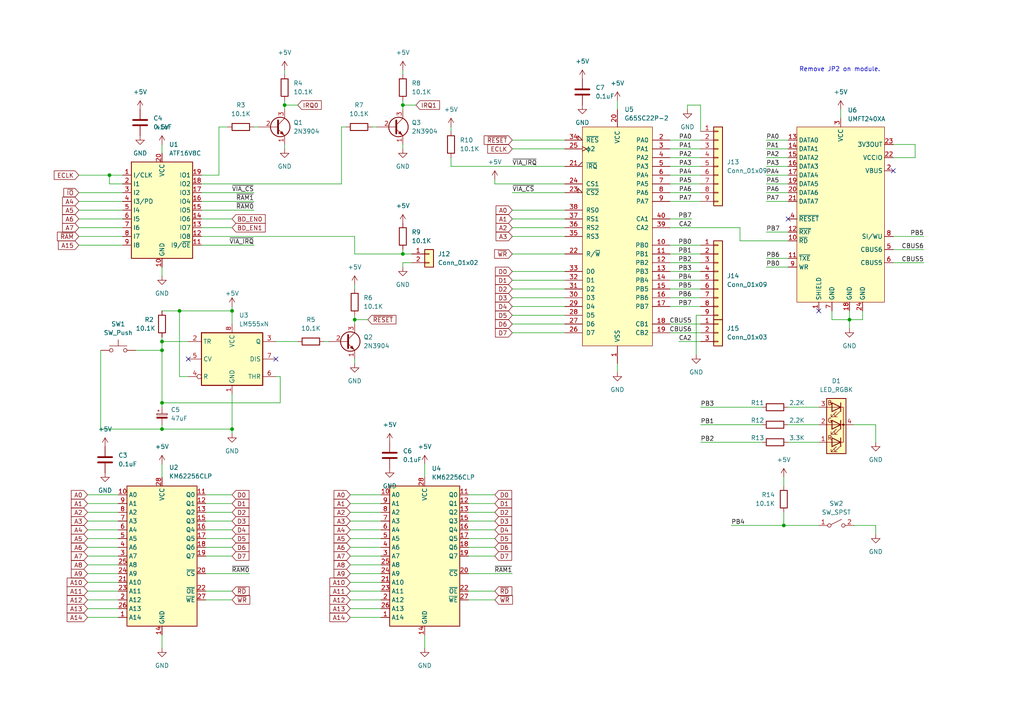
<source format=kicad_sch>
(kicad_sch (version 20211123) (generator eeschema)
  (paper "A4")
  (lib_symbols
    (symbol "0_JDL:ATF16V8C"
      (property "Reference" "U" (at 2.54 16.51 0))
      (property "Value" "ATF16V8C" (at 5.08 13.97 0))
      (symbol "ATF16V8C_1_1"
        (pin input line (at -11.43 8.89 0) (length 2.54) (name "I/CLK") (number "1"))
        (pin power_in line (at 0 -17.78 90) (length 2.54) (name "GND") (number "10"))
        (pin bidirectional line (at 11.43 -11.43 180) (length 2.54) (name "I9/~{OE}") (number "11"))
        (pin bidirectional line (at 11.43 -8.89 180) (length 2.54) (name "IO8") (number "12"))
        (pin bidirectional line (at 11.43 -6.35 180) (length 2.54) (name "IO7") (number "13"))
        (pin bidirectional line (at 11.43 -3.81 180) (length 2.54) (name "IO6") (number "14"))
        (pin bidirectional line (at 11.43 -1.27 180) (length 2.54) (name "IO5") (number "15"))
        (pin bidirectional line (at 11.43 1.27 180) (length 2.54) (name "IO4") (number "16"))
        (pin bidirectional line (at 11.43 3.81 180) (length 2.54) (name "IO3") (number "17"))
        (pin bidirectional line (at 11.43 6.35 180) (length 2.54) (name "IO2") (number "18"))
        (pin bidirectional line (at 11.43 8.89 180) (length 2.54) (name "IO1") (number "19"))
        (pin input line (at -11.43 6.35 0) (length 2.54) (name "I1") (number "2"))
        (pin power_in line (at 0 15.24 270) (length 2.54) (name "VCC") (number "20"))
        (pin input line (at -11.43 3.81 0) (length 2.54) (name "I2") (number "3"))
        (pin input line (at -11.43 1.27 0) (length 2.54) (name "I3/PD") (number "4"))
        (pin input line (at -11.43 -1.27 0) (length 2.54) (name "I4") (number "5"))
        (pin input line (at -11.43 -3.81 0) (length 2.54) (name "I5") (number "6"))
        (pin input line (at -11.43 -6.35 0) (length 2.54) (name "I6") (number "7"))
        (pin input line (at -11.43 -8.89 0) (length 2.54) (name "I7") (number "8"))
        (pin input line (at -11.43 -11.43 0) (length 2.54) (name "I8") (number "9"))
      )
    )
    (symbol "0_JDL:UMFT240XA"
      (property "Reference" "U" (at 2.54 29.21 0))
      (property "Value" "UMFT240XA" (at 6.35 26.67 0))
      (symbol "UMFT240XA_1_1"
        (pin bidirectional line (at -6.35 -27.94 90) (length 2.54) (name "SHIELD") (number "1"))
        (pin bidirectional line (at -15.24 -7.62 0) (length 2.54) (name "~{RD}") (number "10"))
        (pin bidirectional line (at -15.24 -12.7 0) (length 2.54) (name "~{TXE}") (number "11"))
        (pin bidirectional line (at -15.24 -5.08 0) (length 2.54) (name "~{RXF}") (number "12"))
        (pin bidirectional line (at -15.24 21.59 0) (length 2.54) (name "DATA0") (number "13"))
        (pin bidirectional line (at -15.24 19.05 0) (length 2.54) (name "DATA1") (number "14"))
        (pin bidirectional line (at -15.24 16.51 0) (length 2.54) (name "DATA2") (number "15"))
        (pin bidirectional line (at -15.24 13.97 0) (length 2.54) (name "DATA3") (number "16"))
        (pin bidirectional line (at -15.24 11.43 0) (length 2.54) (name "DATA4") (number "17"))
        (pin power_in line (at 2.54 -27.94 90) (length 2.54) (name "GND") (number "18"))
        (pin bidirectional line (at -15.24 8.89 0) (length 2.54) (name "DATA5") (number "19"))
        (pin power_in line (at 15.24 12.7 180) (length 2.54) (name "VBUS") (number "2"))
        (pin bidirectional line (at -15.24 6.35 0) (length 2.54) (name "DATA6") (number "20"))
        (pin bidirectional line (at -15.24 3.81 0) (length 2.54) (name "DATA7") (number "21"))
        (pin power_in line (at 15.24 16.51 180) (length 2.54) (name "VCCIO") (number "22"))
        (pin power_in line (at 15.24 20.32 180) (length 2.54) (name "3V3OUT") (number "23"))
        (pin power_in line (at 6.35 -27.94 90) (length 2.54) (name "GND") (number "24"))
        (pin power_in line (at 0 27.94 270) (length 2.54) (name "VCC") (number "3"))
        (pin bidirectional line (at -15.24 -1.27 0) (length 2.54) (name "~{RESET}") (number "4"))
        (pin bidirectional line (at 15.24 -10.16 180) (length 2.54) (name "CBUS6") (number "5"))
        (pin bidirectional line (at 15.24 -13.97 180) (length 2.54) (name "CBUS5") (number "6"))
        (pin power_in line (at -2.54 -27.94 90) (length 2.54) (name "GND") (number "7"))
        (pin bidirectional line (at 15.24 -6.35 180) (length 2.54) (name "SI/WU") (number "8"))
        (pin bidirectional line (at -15.24 -15.24 0) (length 2.54) (name "WR") (number "9"))
      )
    )
    (symbol "Connector_Generic:Conn_01x02" (pin_names (offset 1.016) hide)
      (property "Reference" "J" (at 0 2.54 0))
      (property "Value" "Conn_01x02" (at 0 -5.08 0))
      (symbol "Conn_01x02_1_1"
        (pin passive line (at -5.08 0 0) (length 3.81) (name "Pin_1") (number "1"))
        (pin passive line (at -5.08 -2.54 0) (length 3.81) (name "Pin_2") (number "2"))
      )
    )
    (symbol "Connector_Generic:Conn_01x03" (pin_names (offset 1.016) hide)
      (property "Reference" "J" (at 0 5.08 0))
      (property "Value" "Conn_01x03" (at 0 -5.08 0))
      (symbol "Conn_01x03_1_1"
        (pin passive line (at -5.08 2.54 0) (length 3.81) (name "Pin_1") (number "1"))
        (pin passive line (at -5.08 0 0) (length 3.81) (name "Pin_2") (number "2"))
        (pin passive line (at -5.08 -2.54 0) (length 3.81) (name "Pin_3") (number "3"))
      )
    )
    (symbol "Connector_Generic:Conn_01x09" (pin_names (offset 1.016) hide)
      (property "Reference" "J" (at 0 12.7 0))
      (property "Value" "Conn_01x09" (at 0 -12.7 0))
      (symbol "Conn_01x09_1_1"
        (pin passive line (at -5.08 10.16 0) (length 3.81) (name "Pin_1") (number "1"))
        (pin passive line (at -5.08 7.62 0) (length 3.81) (name "Pin_2") (number "2"))
        (pin passive line (at -5.08 5.08 0) (length 3.81) (name "Pin_3") (number "3"))
        (pin passive line (at -5.08 2.54 0) (length 3.81) (name "Pin_4") (number "4"))
        (pin passive line (at -5.08 0 0) (length 3.81) (name "Pin_5") (number "5"))
        (pin passive line (at -5.08 -2.54 0) (length 3.81) (name "Pin_6") (number "6"))
        (pin passive line (at -5.08 -5.08 0) (length 3.81) (name "Pin_7") (number "7"))
        (pin passive line (at -5.08 -7.62 0) (length 3.81) (name "Pin_8") (number "8"))
        (pin passive line (at -5.08 -10.16 0) (length 3.81) (name "Pin_9") (number "9"))
      )
    )
    (symbol "Device:C" (pin_numbers hide) (pin_names (offset 0.254))
      (property "Reference" "C" (at 0.635 2.54 0))
      (property "Value" "C" (at 0.635 -2.54 0))
      (symbol "C_1_1"
        (pin passive line (at 0 3.81 270) (length 2.794) (name "~") (number "1"))
        (pin passive line (at 0 -3.81 90) (length 2.794) (name "~") (number "2"))
      )
    )
    (symbol "Device:C_Polarized_Small" (pin_numbers hide) (pin_names (offset 0.254) hide)
      (property "Reference" "C" (at 0.254 1.778 0))
      (property "Value" "C_Polarized_Small" (at 0.254 -2.032 0))
      (symbol "C_Polarized_Small_1_1"
        (pin passive line (at 0 2.54 270) (length 1.8542) (name "~") (number "1"))
        (pin passive line (at 0 -2.54 90) (length 1.8542) (name "~") (number "2"))
      )
    )
    (symbol "Device:LED_RGBK" (pin_names (offset 0) hide)
      (property "Reference" "D" (at 0 9.398 0))
      (property "Value" "LED_RGBK" (at 0 -8.89 0))
      (symbol "LED_RGBK_0_0"
        (text "B" (at 1.905 -6.35 0) (effects (font (size 1.27 1.27))))
        (text "G" (at 1.905 -1.27 0) (effects (font (size 1.27 1.27))))
        (text "R" (at 1.905 3.81 0) (effects (font (size 1.27 1.27))))
      )
      (symbol "LED_RGBK_1_1"
        (pin passive line (at 5.08 5.08 180) (length 2.54) (name "RA") (number "1"))
        (pin passive line (at 5.08 0 180) (length 2.54) (name "GA") (number "2"))
        (pin passive line (at 5.08 -5.08 180) (length 2.54) (name "BA") (number "3"))
        (pin passive line (at -5.08 0 0) (length 2.54) (name "K") (number "4"))
      )
    )
    (symbol "Device:Q_NPN_EBC" (pin_names (offset 0) hide)
      (property "Reference" "Q" (at 5.08 1.27 0))
      (property "Value" "Q_NPN_EBC" (at 5.08 -1.27 0))
      (symbol "Q_NPN_EBC_1_1"
        (pin passive line (at 2.54 -5.08 90) (length 2.54) (name "E") (number "1"))
        (pin passive line (at -5.08 0 0) (length 5.715) (name "B") (number "2"))
        (pin passive line (at 2.54 5.08 270) (length 2.54) (name "C") (number "3"))
      )
    )
    (symbol "Device:R" (pin_numbers hide) (pin_names (offset 0))
      (property "Reference" "R" (at 2.032 0 90))
      (property "Value" "R" (at 0 0 90))
      (symbol "R_1_1"
        (pin passive line (at 0 3.81 270) (length 1.27) (name "~") (number "1"))
        (pin passive line (at 0 -3.81 90) (length 1.27) (name "~") (number "2"))
      )
    )
    (symbol "MCU_65XX:W65C22NxP" (pin_names (offset 1.016))
      (property "Reference" "U" (at -10.16 33.02 0))
      (property "Value" "W65C22NxP" (at 0 0 90))
      (symbol "W65C22NxP_1_1"
        (pin power_in line (at 0 -36.83 90) (length 5.08) (name "VSS") (number "1"))
        (pin bidirectional line (at 15.24 -2.54 180) (length 5.08) (name "PB0") (number "10"))
        (pin bidirectional line (at 15.24 -5.08 180) (length 5.08) (name "PB1") (number "11"))
        (pin bidirectional line (at 15.24 -7.62 180) (length 5.08) (name "PB2") (number "12"))
        (pin bidirectional line (at 15.24 -10.16 180) (length 5.08) (name "PB3") (number "13"))
        (pin bidirectional line (at 15.24 -12.7 180) (length 5.08) (name "PB4") (number "14"))
        (pin bidirectional line (at 15.24 -15.24 180) (length 5.08) (name "PB5") (number "15"))
        (pin bidirectional line (at 15.24 -17.78 180) (length 5.08) (name "PB6") (number "16"))
        (pin bidirectional line (at 15.24 -20.32 180) (length 5.08) (name "PB7") (number "17"))
        (pin input line (at 15.24 -25.4 180) (length 5.08) (name "CB1") (number "18"))
        (pin bidirectional line (at 15.24 -27.94 180) (length 5.08) (name "CB2") (number "19"))
        (pin bidirectional line (at 15.24 27.94 180) (length 5.08) (name "PA0") (number "2"))
        (pin power_in line (at 0 36.83 270) (length 5.08) (name "VCC") (number "20"))
        (pin open_collector output_low (at -15.24 20.32 0) (length 5.08) (name "~{IRQ}") (number "21"))
        (pin input line (at -15.24 -5.08 0) (length 5.08) (name "R/~{W}") (number "22"))
        (pin input input_low (at -15.24 12.7 0) (length 5.08) (name "~{CS2}") (number "23"))
        (pin input line (at -15.24 15.24 0) (length 5.08) (name "CS1") (number "24"))
        (pin input clock (at -15.24 25.4 0) (length 5.08) (name "ϕ2") (number "25"))
        (pin bidirectional line (at -15.24 -27.94 0) (length 5.08) (name "D7") (number "26"))
        (pin bidirectional line (at -15.24 -25.4 0) (length 5.08) (name "D6") (number "27"))
        (pin bidirectional line (at -15.24 -22.86 0) (length 5.08) (name "D5") (number "28"))
        (pin bidirectional line (at -15.24 -20.32 0) (length 5.08) (name "D4") (number "29"))
        (pin bidirectional line (at 15.24 25.4 180) (length 5.08) (name "PA1") (number "3"))
        (pin bidirectional line (at -15.24 -17.78 0) (length 5.08) (name "D3") (number "30"))
        (pin bidirectional line (at -15.24 -15.24 0) (length 5.08) (name "D2") (number "31"))
        (pin bidirectional line (at -15.24 -12.7 0) (length 5.08) (name "D1") (number "32"))
        (pin bidirectional line (at -15.24 -10.16 0) (length 5.08) (name "D0") (number "33"))
        (pin input input_low (at -15.24 27.94 0) (length 5.08) (name "~{RES}") (number "34"))
        (pin input line (at -15.24 0 0) (length 5.08) (name "RS3") (number "35"))
        (pin input line (at -15.24 2.54 0) (length 5.08) (name "RS2") (number "36"))
        (pin input line (at -15.24 5.08 0) (length 5.08) (name "RS1") (number "37"))
        (pin input line (at -15.24 7.62 0) (length 5.08) (name "RS0") (number "38"))
        (pin bidirectional line (at 15.24 2.54 180) (length 5.08) (name "CA2") (number "39"))
        (pin bidirectional line (at 15.24 22.86 180) (length 5.08) (name "PA2") (number "4"))
        (pin input line (at 15.24 5.08 180) (length 5.08) (name "CA1") (number "40"))
        (pin bidirectional line (at 15.24 20.32 180) (length 5.08) (name "PA3") (number "5"))
        (pin bidirectional line (at 15.24 17.78 180) (length 5.08) (name "PA4") (number "6"))
        (pin bidirectional line (at 15.24 15.24 180) (length 5.08) (name "PA5") (number "7"))
        (pin bidirectional line (at 15.24 12.7 180) (length 5.08) (name "PA6") (number "8"))
        (pin bidirectional line (at 15.24 10.16 180) (length 5.08) (name "PA7") (number "9"))
      )
    )
    (symbol "Memory_RAM:KM62256CLP"
      (property "Reference" "U" (at -10.16 20.955 0))
      (property "Value" "KM62256CLP" (at 2.54 20.955 0))
      (symbol "KM62256CLP_0_0"
        (pin power_in line (at 0 -22.86 90) (length 2.54) (name "GND") (number "14"))
        (pin power_in line (at 0 22.86 270) (length 2.54) (name "VCC") (number "28"))
      )
      (symbol "KM62256CLP_1_1"
        (pin input line (at -12.7 -17.78 0) (length 2.54) (name "A14") (number "1"))
        (pin input line (at -12.7 17.78 0) (length 2.54) (name "A0") (number "10"))
        (pin tri_state line (at 12.7 17.78 180) (length 2.54) (name "Q0") (number "11"))
        (pin tri_state line (at 12.7 15.24 180) (length 2.54) (name "Q1") (number "12"))
        (pin tri_state line (at 12.7 12.7 180) (length 2.54) (name "Q2") (number "13"))
        (pin tri_state line (at 12.7 10.16 180) (length 2.54) (name "Q3") (number "15"))
        (pin tri_state line (at 12.7 7.62 180) (length 2.54) (name "Q4") (number "16"))
        (pin tri_state line (at 12.7 5.08 180) (length 2.54) (name "Q5") (number "17"))
        (pin tri_state line (at 12.7 2.54 180) (length 2.54) (name "Q6") (number "18"))
        (pin tri_state line (at 12.7 0 180) (length 2.54) (name "Q7") (number "19"))
        (pin input line (at -12.7 -12.7 0) (length 2.54) (name "A12") (number "2"))
        (pin input line (at 12.7 -5.08 180) (length 2.54) (name "~{CS}") (number "20"))
        (pin input line (at -12.7 -7.62 0) (length 2.54) (name "A10") (number "21"))
        (pin input line (at 12.7 -10.16 180) (length 2.54) (name "~{OE}") (number "22"))
        (pin input line (at -12.7 -10.16 0) (length 2.54) (name "A11") (number "23"))
        (pin input line (at -12.7 -5.08 0) (length 2.54) (name "A9") (number "24"))
        (pin input line (at -12.7 -2.54 0) (length 2.54) (name "A8") (number "25"))
        (pin input line (at -12.7 -15.24 0) (length 2.54) (name "A13") (number "26"))
        (pin input line (at 12.7 -12.7 180) (length 2.54) (name "~{WE}") (number "27"))
        (pin input line (at -12.7 0 0) (length 2.54) (name "A7") (number "3"))
        (pin input line (at -12.7 2.54 0) (length 2.54) (name "A6") (number "4"))
        (pin input line (at -12.7 5.08 0) (length 2.54) (name "A5") (number "5"))
        (pin input line (at -12.7 7.62 0) (length 2.54) (name "A4") (number "6"))
        (pin input line (at -12.7 10.16 0) (length 2.54) (name "A3") (number "7"))
        (pin input line (at -12.7 12.7 0) (length 2.54) (name "A2") (number "8"))
        (pin input line (at -12.7 15.24 0) (length 2.54) (name "A1") (number "9"))
      )
    )
    (symbol "Switch:SW_Push" (pin_numbers hide) (pin_names (offset 1.016) hide)
      (property "Reference" "SW" (at 1.27 2.54 0))
      (property "Value" "SW_Push" (at 0 -1.524 0))
      (symbol "SW_Push_0_1"
        (pin passive line (at -5.08 0 0) (length 2.54) (name "1") (number "1"))
        (pin passive line (at 5.08 0 180) (length 2.54) (name "2") (number "2"))
      )
    )
    (symbol "Switch:SW_SPST" (pin_names (offset 0) hide)
      (property "Reference" "SW" (at 0 3.175 0))
      (property "Value" "SW_SPST" (at 0 -2.54 0))
      (symbol "SW_SPST_1_1"
        (pin passive line (at -5.08 0 0) (length 2.54) (name "A") (number "1"))
        (pin passive line (at 5.08 0 180) (length 2.54) (name "B") (number "2"))
      )
    )
    (symbol "Timer:LM555xN"
      (property "Reference" "U" (at -10.16 8.89 0))
      (property "Value" "LM555xN" (at 2.54 8.89 0))
      (symbol "LM555xN_0_0"
        (pin power_in line (at 0 -10.16 90) (length 2.54) (name "GND") (number "1"))
        (pin power_in line (at 0 10.16 270) (length 2.54) (name "VCC") (number "8"))
      )
      (symbol "LM555xN_1_1"
        (pin input line (at -12.7 5.08 0) (length 3.81) (name "TR") (number "2"))
        (pin output line (at 12.7 5.08 180) (length 3.81) (name "Q") (number "3"))
        (pin input inverted (at -12.7 -5.08 0) (length 3.81) (name "R") (number "4"))
        (pin input line (at -12.7 0 0) (length 3.81) (name "CV") (number "5"))
        (pin input line (at 12.7 -5.08 180) (length 3.81) (name "THR") (number "6"))
        (pin input line (at 12.7 0 180) (length 3.81) (name "DIS") (number "7"))
      )
    )
    (symbol "power:+5V" (power) (pin_names (offset 0))
      (property "Value" "+5V" (at 0 3.556 0))
      (symbol "+5V_1_1"
        (pin power_in line (at 0 0 90) (length 0) hide (name "+5V") (number "1"))
      )
    )
    (symbol "power:GND" (power) (pin_names (offset 0))
      (property "Value" "GND" (at 0 -3.81 0))
      (symbol "GND_1_1"
        (pin power_in line (at 0 0 270) (length 0) hide (name "GND") (number "1"))
      )
    )
  )
  (junction (at 46.99 99.06))
  (junction (at 46.99 101.6))
  (junction (at 46.99 116.84))
  (junction (at 67.31 124.46))
  (junction (at 246.38 92.71))
  (junction (at 67.31 90.17))
  (junction (at 102.87 92.71))
  (junction (at 116.84 30.48))
  (junction (at 82.55 30.48))
  (junction (at 116.84 73.66))
  (junction (at 52.07 90.17))
  (junction (at 31.75 50.8))
  (junction (at 46.99 124.46))
  (junction (at 227.33 152.4))
  (no_connect (at 259.08 49.53))
  (no_connect (at 228.6 63.5))
  (no_connect (at 237.49 90.17))
  (no_connect (at 80.01 104.14))
  (no_connect (at 54.61 104.14))
  (wire (pts (xy 194.31 50.8) (xy 203.2 50.8)))
  (wire (pts (xy 46.99 123.19) (xy 46.99 124.46)))
  (wire (pts (xy 148.59 68.58) (xy 163.83 68.58)))
  (wire (pts (xy 59.69 153.67) (xy 67.31 153.67)))
  (wire (pts (xy 67.31 88.9) (xy 67.31 90.17)))
  (wire (pts (xy 101.6 176.53) (xy 110.49 176.53)))
  (wire (pts (xy 123.19 184.15) (xy 123.19 187.96)))
  (wire (pts (xy 203.2 128.27) (xy 220.98 128.27)))
  (wire (pts (xy 135.89 156.21) (xy 143.51 156.21)))
  (wire (pts (xy 194.31 43.18) (xy 203.2 43.18)))
  (wire (pts (xy 194.31 40.64) (xy 203.2 40.64)))
  (wire (pts (xy 228.6 43.18) (xy 222.25 43.18)))
  (wire (pts (xy 22.86 50.8) (xy 31.75 50.8)))
  (wire (pts (xy 148.59 63.5) (xy 163.83 63.5)))
  (wire (pts (xy 265.43 41.91) (xy 265.43 45.72)))
  (wire (pts (xy 228.6 123.19) (xy 237.49 123.19)))
  (wire (pts (xy 194.31 96.52) (xy 203.2 96.52)))
  (wire (pts (xy 212.09 152.4) (xy 227.33 152.4)))
  (wire (pts (xy 101.6 151.13) (xy 110.49 151.13)))
  (wire (pts (xy 102.87 104.14) (xy 102.87 105.41)))
  (wire (pts (xy 82.55 41.91) (xy 82.55 43.18)))
  (wire (pts (xy 31.75 50.8) (xy 35.56 50.8)))
  (wire (pts (xy 196.85 99.06) (xy 203.2 99.06)))
  (wire (pts (xy 46.99 101.6) (xy 46.99 116.84)))
  (wire (pts (xy 29.21 124.46) (xy 46.99 124.46)))
  (wire (pts (xy 246.38 90.17) (xy 246.38 92.71)))
  (wire (pts (xy 102.87 68.58) (xy 102.87 73.66)))
  (wire (pts (xy 22.86 68.58) (xy 35.56 68.58)))
  (wire (pts (xy 80.01 109.22) (xy 81.28 109.22)))
  (wire (pts (xy 254 123.19) (xy 254 128.27)))
  (wire (pts (xy 82.55 20.32) (xy 82.55 21.59)))
  (wire (pts (xy 46.99 99.06) (xy 46.99 101.6)))
  (wire (pts (xy 228.6 50.8) (xy 222.25 50.8)))
  (wire (pts (xy 54.61 109.22) (xy 52.07 109.22)))
  (wire (pts (xy 148.59 40.64) (xy 163.83 40.64)))
  (wire (pts (xy 228.6 55.88) (xy 222.25 55.88)))
  (wire (pts (xy 39.37 101.6) (xy 46.99 101.6)))
  (wire (pts (xy 22.86 58.42) (xy 35.56 58.42)))
  (wire (pts (xy 203.2 91.44) (xy 201.93 91.44)))
  (wire (pts (xy 247.65 152.4) (xy 254 152.4)))
  (wire (pts (xy 25.4 171.45) (xy 34.29 171.45)))
  (wire (pts (xy 82.55 30.48) (xy 82.55 31.75)))
  (wire (pts (xy 148.59 88.9) (xy 163.83 88.9)))
  (wire (pts (xy 259.08 76.2) (xy 267.97 76.2)))
  (wire (pts (xy 102.87 92.71) (xy 106.68 92.71)))
  (wire (pts (xy 194.31 58.42) (xy 203.2 58.42)))
  (wire (pts (xy 148.59 73.66) (xy 163.83 73.66)))
  (wire (pts (xy 82.55 29.21) (xy 82.55 30.48)))
  (wire (pts (xy 63.5 36.83) (xy 66.04 36.83)))
  (wire (pts (xy 194.31 73.66) (xy 203.2 73.66)))
  (wire (pts (xy 101.6 156.21) (xy 110.49 156.21)))
  (wire (pts (xy 148.59 96.52) (xy 163.83 96.52)))
  (wire (pts (xy 99.06 53.34) (xy 99.06 36.83)))
  (wire (pts (xy 214.63 69.85) (xy 214.63 66.04)))
  (wire (pts (xy 119.38 76.2) (xy 116.84 76.2)))
  (wire (pts (xy 101.6 171.45) (xy 110.49 171.45)))
  (wire (pts (xy 35.56 53.34) (xy 31.75 53.34)))
  (wire (pts (xy 214.63 66.04) (xy 194.31 66.04)))
  (wire (pts (xy 241.3 90.17) (xy 241.3 92.71)))
  (wire (pts (xy 116.84 20.32) (xy 116.84 21.59)))
  (wire (pts (xy 135.89 158.75) (xy 143.51 158.75)))
  (wire (pts (xy 246.38 92.71) (xy 250.19 92.71)))
  (wire (pts (xy 135.89 173.99) (xy 143.51 173.99)))
  (wire (pts (xy 59.69 171.45) (xy 67.31 171.45)))
  (wire (pts (xy 25.4 173.99) (xy 34.29 173.99)))
  (wire (pts (xy 52.07 90.17) (xy 67.31 90.17)))
  (wire (pts (xy 199.39 30.48) (xy 199.39 31.75)))
  (wire (pts (xy 46.99 41.91) (xy 46.99 44.45)))
  (wire (pts (xy 116.84 30.48) (xy 116.84 31.75)))
  (wire (pts (xy 101.6 161.29) (xy 110.49 161.29)))
  (wire (pts (xy 99.06 36.83) (xy 100.33 36.83)))
  (wire (pts (xy 101.6 166.37) (xy 110.49 166.37)))
  (wire (pts (xy 46.99 134.62) (xy 46.99 138.43)))
  (wire (pts (xy 135.89 171.45) (xy 143.51 171.45)))
  (wire (pts (xy 116.84 30.48) (xy 120.65 30.48)))
  (wire (pts (xy 22.86 55.88) (xy 35.56 55.88)))
  (wire (pts (xy 228.6 53.34) (xy 222.25 53.34)))
  (wire (pts (xy 148.59 86.36) (xy 163.83 86.36)))
  (wire (pts (xy 148.59 93.98) (xy 163.83 93.98)))
  (wire (pts (xy 59.69 151.13) (xy 67.31 151.13)))
  (wire (pts (xy 259.08 68.58) (xy 267.97 68.58)))
  (wire (pts (xy 259.08 41.91) (xy 265.43 41.91)))
  (wire (pts (xy 25.4 166.37) (xy 34.29 166.37)))
  (wire (pts (xy 101.6 146.05) (xy 110.49 146.05)))
  (wire (pts (xy 148.59 55.88) (xy 163.83 55.88)))
  (wire (pts (xy 80.01 99.06) (xy 86.36 99.06)))
  (wire (pts (xy 135.89 148.59) (xy 143.51 148.59)))
  (wire (pts (xy 101.6 163.83) (xy 110.49 163.83)))
  (wire (pts (xy 116.84 76.2) (xy 116.84 77.47)))
  (wire (pts (xy 46.99 77.47) (xy 46.99 80.01)))
  (wire (pts (xy 67.31 114.3) (xy 67.31 124.46)))
  (wire (pts (xy 102.87 92.71) (xy 102.87 93.98)))
  (wire (pts (xy 101.6 148.59) (xy 110.49 148.59)))
  (wire (pts (xy 102.87 73.66) (xy 116.84 73.66)))
  (wire (pts (xy 148.59 66.04) (xy 163.83 66.04)))
  (wire (pts (xy 246.38 92.71) (xy 246.38 95.25)))
  (wire (pts (xy 58.42 68.58) (xy 102.87 68.58)))
  (wire (pts (xy 25.4 179.07) (xy 34.29 179.07)))
  (wire (pts (xy 107.95 36.83) (xy 109.22 36.83)))
  (wire (pts (xy 179.07 29.21) (xy 179.07 31.75)))
  (wire (pts (xy 143.51 53.34) (xy 143.51 52.07)))
  (wire (pts (xy 25.4 156.21) (xy 34.29 156.21)))
  (wire (pts (xy 259.08 72.39) (xy 267.97 72.39)))
  (wire (pts (xy 135.89 161.29) (xy 143.51 161.29)))
  (wire (pts (xy 22.86 71.12) (xy 35.56 71.12)))
  (wire (pts (xy 228.6 48.26) (xy 222.25 48.26)))
  (wire (pts (xy 222.25 77.47) (xy 228.6 77.47)))
  (wire (pts (xy 25.4 153.67) (xy 34.29 153.67)))
  (wire (pts (xy 194.31 76.2) (xy 203.2 76.2)))
  (wire (pts (xy 59.69 173.99) (xy 67.31 173.99)))
  (wire (pts (xy 22.86 60.96) (xy 35.56 60.96)))
  (wire (pts (xy 67.31 90.17) (xy 67.31 93.98)))
  (wire (pts (xy 135.89 153.67) (xy 143.51 153.67)))
  (wire (pts (xy 148.59 78.74) (xy 163.83 78.74)))
  (wire (pts (xy 130.81 48.26) (xy 163.83 48.26)))
  (wire (pts (xy 93.98 99.06) (xy 95.25 99.06)))
  (wire (pts (xy 148.59 91.44) (xy 163.83 91.44)))
  (wire (pts (xy 203.2 30.48) (xy 203.2 38.1)))
  (wire (pts (xy 135.89 151.13) (xy 143.51 151.13)))
  (wire (pts (xy 194.31 86.36) (xy 203.2 86.36)))
  (wire (pts (xy 73.66 71.12) (xy 58.42 71.12)))
  (wire (pts (xy 116.84 72.39) (xy 116.84 73.66)))
  (wire (pts (xy 101.6 153.67) (xy 110.49 153.67)))
  (wire (pts (xy 194.31 78.74) (xy 203.2 78.74)))
  (wire (pts (xy 67.31 124.46) (xy 67.31 125.73)))
  (wire (pts (xy 59.69 161.29) (xy 67.31 161.29)))
  (wire (pts (xy 101.6 158.75) (xy 110.49 158.75)))
  (wire (pts (xy 214.63 69.85) (xy 228.6 69.85)))
  (wire (pts (xy 135.89 166.37) (xy 148.59 166.37)))
  (wire (pts (xy 228.6 67.31) (xy 222.25 67.31)))
  (wire (pts (xy 59.69 166.37) (xy 72.39 166.37)))
  (wire (pts (xy 227.33 138.43) (xy 227.33 140.97)))
  (wire (pts (xy 148.59 81.28) (xy 163.83 81.28)))
  (wire (pts (xy 25.4 143.51) (xy 34.29 143.51)))
  (wire (pts (xy 228.6 74.93) (xy 222.25 74.93)))
  (wire (pts (xy 59.69 156.21) (xy 67.31 156.21)))
  (wire (pts (xy 25.4 168.91) (xy 34.29 168.91)))
  (wire (pts (xy 243.84 31.75) (xy 243.84 34.29)))
  (wire (pts (xy 194.31 93.98) (xy 203.2 93.98)))
  (wire (pts (xy 228.6 45.72) (xy 222.25 45.72)))
  (wire (pts (xy 227.33 152.4) (xy 237.49 152.4)))
  (wire (pts (xy 116.84 41.91) (xy 116.84 43.18)))
  (wire (pts (xy 130.81 36.83) (xy 130.81 38.1)))
  (wire (pts (xy 194.31 71.12) (xy 203.2 71.12)))
  (wire (pts (xy 148.59 60.96) (xy 163.83 60.96)))
  (wire (pts (xy 194.31 63.5) (xy 200.66 63.5)))
  (wire (pts (xy 148.59 43.18) (xy 163.83 43.18)))
  (wire (pts (xy 228.6 40.64) (xy 222.25 40.64)))
  (wire (pts (xy 203.2 118.11) (xy 220.98 118.11)))
  (wire (pts (xy 116.84 73.66) (xy 119.38 73.66)))
  (wire (pts (xy 241.3 92.71) (xy 246.38 92.71)))
  (wire (pts (xy 58.42 58.42) (xy 73.66 58.42)))
  (wire (pts (xy 101.6 179.07) (xy 110.49 179.07)))
  (wire (pts (xy 22.86 66.04) (xy 35.56 66.04)))
  (wire (pts (xy 179.07 105.41) (xy 179.07 107.95)))
  (wire (pts (xy 194.31 83.82) (xy 203.2 83.82)))
  (wire (pts (xy 102.87 91.44) (xy 102.87 92.71)))
  (wire (pts (xy 58.42 66.04) (xy 67.31 66.04)))
  (wire (pts (xy 31.75 50.8) (xy 31.75 53.34)))
  (wire (pts (xy 148.59 83.82) (xy 163.83 83.82)))
  (wire (pts (xy 135.89 143.51) (xy 143.51 143.51)))
  (wire (pts (xy 82.55 30.48) (xy 86.36 30.48)))
  (wire (pts (xy 201.93 91.44) (xy 201.93 102.87)))
  (wire (pts (xy 25.4 146.05) (xy 34.29 146.05)))
  (wire (pts (xy 265.43 45.72) (xy 259.08 45.72)))
  (wire (pts (xy 25.4 158.75) (xy 34.29 158.75)))
  (wire (pts (xy 250.19 90.17) (xy 250.19 92.71)))
  (wire (pts (xy 163.83 53.34) (xy 143.51 53.34)))
  (wire (pts (xy 59.69 146.05) (xy 67.31 146.05)))
  (wire (pts (xy 59.69 148.59) (xy 67.31 148.59)))
  (wire (pts (xy 25.4 148.59) (xy 34.29 148.59)))
  (wire (pts (xy 81.28 109.22) (xy 81.28 116.84)))
  (wire (pts (xy 123.19 134.62) (xy 123.19 138.43)))
  (wire (pts (xy 22.86 63.5) (xy 35.56 63.5)))
  (wire (pts (xy 194.31 48.26) (xy 203.2 48.26)))
  (wire (pts (xy 228.6 118.11) (xy 237.49 118.11)))
  (wire (pts (xy 58.42 63.5) (xy 67.31 63.5)))
  (wire (pts (xy 29.21 101.6) (xy 29.21 124.46)))
  (wire (pts (xy 194.31 55.88) (xy 203.2 55.88)))
  (wire (pts (xy 227.33 148.59) (xy 227.33 152.4)))
  (wire (pts (xy 228.6 128.27) (xy 237.49 128.27)))
  (wire (pts (xy 73.66 36.83) (xy 74.93 36.83)))
  (wire (pts (xy 199.39 30.48) (xy 203.2 30.48)))
  (wire (pts (xy 194.31 81.28) (xy 203.2 81.28)))
  (wire (pts (xy 52.07 90.17) (xy 52.07 109.22)))
  (wire (pts (xy 25.4 151.13) (xy 34.29 151.13)))
  (wire (pts (xy 101.6 168.91) (xy 110.49 168.91)))
  (wire (pts (xy 101.6 143.51) (xy 110.49 143.51)))
  (wire (pts (xy 46.99 97.79) (xy 46.99 99.06)))
  (wire (pts (xy 135.89 146.05) (xy 143.51 146.05)))
  (wire (pts (xy 46.99 99.06) (xy 54.61 99.06)))
  (wire (pts (xy 254 152.4) (xy 254 154.94)))
  (wire (pts (xy 130.81 45.72) (xy 130.81 48.26)))
  (wire (pts (xy 247.65 123.19) (xy 254 123.19)))
  (wire (pts (xy 25.4 176.53) (xy 34.29 176.53)))
  (wire (pts (xy 58.42 55.88) (xy 73.66 55.88)))
  (wire (pts (xy 194.31 88.9) (xy 203.2 88.9)))
  (wire (pts (xy 46.99 90.17) (xy 52.07 90.17)))
  (wire (pts (xy 194.31 53.34) (xy 203.2 53.34)))
  (wire (pts (xy 25.4 163.83) (xy 34.29 163.83)))
  (wire (pts (xy 59.69 158.75) (xy 67.31 158.75)))
  (wire (pts (xy 46.99 124.46) (xy 67.31 124.46)))
  (wire (pts (xy 58.42 60.96) (xy 73.66 60.96)))
  (wire (pts (xy 194.31 45.72) (xy 203.2 45.72)))
  (wire (pts (xy 46.99 184.15) (xy 46.99 187.96)))
  (wire (pts (xy 228.6 58.42) (xy 222.25 58.42)))
  (wire (pts (xy 101.6 173.99) (xy 110.49 173.99)))
  (wire (pts (xy 58.42 53.34) (xy 99.06 53.34)))
  (wire (pts (xy 59.69 143.51) (xy 67.31 143.51)))
  (wire (pts (xy 63.5 36.83) (xy 63.5 50.8)))
  (wire (pts (xy 102.87 82.55) (xy 102.87 83.82)))
  (wire (pts (xy 25.4 161.29) (xy 34.29 161.29)))
  (wire (pts (xy 58.42 50.8) (xy 63.5 50.8)))
  (wire (pts (xy 203.2 123.19) (xy 220.98 123.19)))
  (wire (pts (xy 116.84 29.21) (xy 116.84 30.48)))
  (wire (pts (xy 46.99 116.84) (xy 46.99 118.11)))
  (wire (pts (xy 81.28 116.84) (xy 46.99 116.84)))
  (text "Remove JP2 on module." (at 231.775 20.955 0) (effects (font (size 1.27 1.27)) (justify left bottom)))
  (label "CBUS6" (at 200.66 96.52 180))
  (label "PB4" (at 200.66 81.28 180))
  (label "~{RAM0}" (at 72.39 166.37 180))
  (label "PA2" (at 200.66 45.72 180))
  (label "PA0" (at 222.25 40.64 0))
  (label "PA5" (at 222.25 53.34 0))
  (label "PA7" (at 222.25 58.42 0))
  (label "CA2" (at 196.85 66.04 0))
  (label "PA4" (at 222.25 50.8 0))
  (label "PA5" (at 200.66 53.34 180))
  (label "CBUS6" (at 267.97 72.39 180))
  (label "~{RAM0}" (at 73.66 60.96 180))
  (label "PB7" (at 222.25 67.31 0))
  (label "CBUS5" (at 200.66 93.98 180))
  (label "PB4" (at 212.09 152.4 0))
  (label "CA2" (at 196.85 99.06 0))
  (label "PB0" (at 200.66 71.12 180))
  (label "PA6" (at 200.66 55.88 180))
  (label "PB7" (at 200.66 63.5 180))
  (label "~{RAM1}" (at 148.59 166.37 180))
  (label "PA1" (at 222.25 43.18 0))
  (label "PB6" (at 222.25 74.93 0))
  (label "PA3" (at 222.25 48.26 0))
  (label "~{VIA_IRQ}" (at 148.59 48.26 0))
  (label "PB7" (at 200.66 88.9 180))
  (label "PA1" (at 200.66 43.18 180))
  (label "PB3" (at 200.66 78.74 180))
  (label "PB0" (at 222.25 77.47 0))
  (label "PB3" (at 203.2 118.11 0))
  (label "PA2" (at 222.25 45.72 0))
  (label "~{VIA_CS}" (at 73.66 55.88 180))
  (label "PA7" (at 200.66 58.42 180))
  (label "PA4" (at 200.66 50.8 180))
  (label "PA0" (at 200.66 40.64 180))
  (label "PB2" (at 200.66 76.2 180))
  (label "~{VIA_CS}" (at 148.59 55.88 0))
  (label "PA3" (at 200.66 48.26 180))
  (label "PB5" (at 200.66 83.82 180))
  (label "PB5" (at 267.97 68.58 180))
  (label "PB1" (at 200.66 73.66 180))
  (label "~{RAM1}" (at 73.66 58.42 180))
  (label "CBUS5" (at 267.97 76.2 180))
  (label "PB2" (at 203.2 128.27 0))
  (label "~{VIA_IRQ}" (at 73.66 71.12 180))
  (label "PA6" (at 222.25 55.88 0))
  (label "PB1" (at 203.2 123.19 0))
  (label "PB6" (at 200.66 86.36 180))
  (global_label "A3" (shape input) (at 25.4 151.13 180) (property "Intersheet References" "${INTERSHEET_REFS}" (effects hide)))
  (global_label "D7" (shape input) (at 143.51 161.29 0) (property "Intersheet References" "${INTERSHEET_REFS}" (effects hide)))
  (global_label "A7" (shape input) (at 25.4 161.29 180) (property "Intersheet References" "${INTERSHEET_REFS}" (effects hide)))
  (global_label "A5" (shape input) (at 22.86 60.96 180) (property "Intersheet References" "${INTERSHEET_REFS}" (effects hide)))
  (global_label "D4" (shape input) (at 67.31 153.67 0) (property "Intersheet References" "${INTERSHEET_REFS}" (effects hide)))
  (global_label "D5" (shape input) (at 148.59 91.44 180) (property "Intersheet References" "${INTERSHEET_REFS}" (effects hide)))
  (global_label "A14" (shape input) (at 25.4 179.07 180) (property "Intersheet References" "${INTERSHEET_REFS}" (effects hide)))
  (global_label "A14" (shape input) (at 101.6 179.07 180) (property "Intersheet References" "${INTERSHEET_REFS}" (effects hide)))
  (global_label "D2" (shape input) (at 67.31 148.59 0) (property "Intersheet References" "${INTERSHEET_REFS}" (effects hide)))
  (global_label "A13" (shape input) (at 25.4 176.53 180) (property "Intersheet References" "${INTERSHEET_REFS}" (effects hide)))
  (global_label "~{WR}" (shape input) (at 143.51 173.99 0) (property "Intersheet References" "${INTERSHEET_REFS}" (effects hide)))
  (global_label "~{IO}" (shape input) (at 22.86 55.88 180) (property "Intersheet References" "${INTERSHEET_REFS}" (effects hide)))
  (global_label "A4" (shape input) (at 25.4 153.67 180) (property "Intersheet References" "${INTERSHEET_REFS}" (effects hide)))
  (global_label "D2" (shape input) (at 148.59 83.82 180) (property "Intersheet References" "${INTERSHEET_REFS}" (effects hide)))
  (global_label "ECLK" (shape input) (at 22.86 50.8 180) (property "Intersheet References" "${INTERSHEET_REFS}" (effects hide)))
  (global_label "A0" (shape input) (at 101.6 143.51 180) (property "Intersheet References" "${INTERSHEET_REFS}" (effects hide)))
  (global_label "D0" (shape input) (at 67.31 143.51 0) (property "Intersheet References" "${INTERSHEET_REFS}" (effects hide)))
  (global_label "~{WR}" (shape input) (at 148.59 73.66 180) (property "Intersheet References" "${INTERSHEET_REFS}" (effects hide)))
  (global_label "A8" (shape input) (at 101.6 163.83 180) (property "Intersheet References" "${INTERSHEET_REFS}" (effects hide)))
  (global_label "BD_EN1" (shape input) (at 67.31 66.04 0) (property "Intersheet References" "${INTERSHEET_REFS}" (effects hide)))
  (global_label "D3" (shape input) (at 148.59 86.36 180) (property "Intersheet References" "${INTERSHEET_REFS}" (effects hide)))
  (global_label "D0" (shape input) (at 143.51 143.51 0) (property "Intersheet References" "${INTERSHEET_REFS}" (effects hide)))
  (global_label "~{RESET}" (shape input) (at 106.68 92.71 0) (property "Intersheet References" "${INTERSHEET_REFS}" (effects hide)))
  (global_label "D6" (shape input) (at 143.51 158.75 0) (property "Intersheet References" "${INTERSHEET_REFS}" (effects hide)))
  (global_label "A0" (shape input) (at 25.4 143.51 180) (property "Intersheet References" "${INTERSHEET_REFS}" (effects hide)))
  (global_label "D1" (shape input) (at 143.51 146.05 0) (property "Intersheet References" "${INTERSHEET_REFS}" (effects hide)))
  (global_label "D6" (shape input) (at 148.59 93.98 180) (property "Intersheet References" "${INTERSHEET_REFS}" (effects hide)))
  (global_label "A6" (shape input) (at 22.86 63.5 180) (property "Intersheet References" "${INTERSHEET_REFS}" (effects hide)))
  (global_label "A8" (shape input) (at 25.4 163.83 180) (property "Intersheet References" "${INTERSHEET_REFS}" (effects hide)))
  (global_label "A9" (shape input) (at 25.4 166.37 180) (property "Intersheet References" "${INTERSHEET_REFS}" (effects hide)))
  (global_label "D2" (shape input) (at 143.51 148.59 0) (property "Intersheet References" "${INTERSHEET_REFS}" (effects hide)))
  (global_label "A3" (shape input) (at 101.6 151.13 180) (property "Intersheet References" "${INTERSHEET_REFS}" (effects hide)))
  (global_label "IRQ1" (shape input) (at 120.65 30.48 0) (property "Intersheet References" "${INTERSHEET_REFS}" (effects hide)))
  (global_label "D4" (shape input) (at 143.51 153.67 0) (property "Intersheet References" "${INTERSHEET_REFS}" (effects hide)))
  (global_label "A1" (shape input) (at 101.6 146.05 180) (property "Intersheet References" "${INTERSHEET_REFS}" (effects hide)))
  (global_label "D6" (shape input) (at 67.31 158.75 0) (property "Intersheet References" "${INTERSHEET_REFS}" (effects hide)))
  (global_label "IRQ0" (shape input) (at 86.36 30.48 0) (property "Intersheet References" "${INTERSHEET_REFS}" (effects hide)))
  (global_label "ECLK" (shape input) (at 148.59 43.18 180) (property "Intersheet References" "${INTERSHEET_REFS}" (effects hide)))
  (global_label "A5" (shape input) (at 101.6 156.21 180) (property "Intersheet References" "${INTERSHEET_REFS}" (effects hide)))
  (global_label "D7" (shape input) (at 148.59 96.52 180) (property "Intersheet References" "${INTERSHEET_REFS}" (effects hide)))
  (global_label "A3" (shape input) (at 148.59 68.58 180) (property "Intersheet References" "${INTERSHEET_REFS}" (effects hide)))
  (global_label "A5" (shape input) (at 25.4 156.21 180) (property "Intersheet References" "${INTERSHEET_REFS}" (effects hide)))
  (global_label "D7" (shape input) (at 67.31 161.29 0) (property "Intersheet References" "${INTERSHEET_REFS}" (effects hide)))
  (global_label "D5" (shape input) (at 143.51 156.21 0) (property "Intersheet References" "${INTERSHEET_REFS}" (effects hide)))
  (global_label "A2" (shape input) (at 101.6 148.59 180) (property "Intersheet References" "${INTERSHEET_REFS}" (effects hide)))
  (global_label "A10" (shape input) (at 25.4 168.91 180) (property "Intersheet References" "${INTERSHEET_REFS}" (effects hide)))
  (global_label "A13" (shape input) (at 101.6 176.53 180) (property "Intersheet References" "${INTERSHEET_REFS}" (effects hide)))
  (global_label "A15" (shape input) (at 22.86 71.12 180) (property "Intersheet References" "${INTERSHEET_REFS}" (effects hide)))
  (global_label "A10" (shape input) (at 101.6 168.91 180) (property "Intersheet References" "${INTERSHEET_REFS}" (effects hide)))
  (global_label "BD_EN0" (shape input) (at 67.31 63.5 0) (property "Intersheet References" "${INTERSHEET_REFS}" (effects hide)))
  (global_label "~{WR}" (shape input) (at 67.31 173.99 0) (property "Intersheet References" "${INTERSHEET_REFS}" (effects hide)))
  (global_label "~{RAM}" (shape input) (at 22.86 68.58 180) (property "Intersheet References" "${INTERSHEET_REFS}" (effects hide)))
  (global_label "A12" (shape input) (at 25.4 173.99 180) (property "Intersheet References" "${INTERSHEET_REFS}" (effects hide)))
  (global_label "D4" (shape input) (at 148.59 88.9 180) (property "Intersheet References" "${INTERSHEET_REFS}" (effects hide)))
  (global_label "A1" (shape input) (at 148.59 63.5 180) (property "Intersheet References" "${INTERSHEET_REFS}" (effects hide)))
  (global_label "A6" (shape input) (at 25.4 158.75 180) (property "Intersheet References" "${INTERSHEET_REFS}" (effects hide)))
  (global_label "D0" (shape input) (at 148.59 78.74 180) (property "Intersheet References" "${INTERSHEET_REFS}" (effects hide)))
  (global_label "A11" (shape input) (at 101.6 171.45 180) (property "Intersheet References" "${INTERSHEET_REFS}" (effects hide)))
  (global_label "A2" (shape input) (at 25.4 148.59 180) (property "Intersheet References" "${INTERSHEET_REFS}" (effects hide)))
  (global_label "D1" (shape input) (at 67.31 146.05 0) (property "Intersheet References" "${INTERSHEET_REFS}" (effects hide)))
  (global_label "A7" (shape input) (at 22.86 66.04 180) (property "Intersheet References" "${INTERSHEET_REFS}" (effects hide)))
  (global_label "A7" (shape input) (at 101.6 161.29 180) (property "Intersheet References" "${INTERSHEET_REFS}" (effects hide)))
  (global_label "~{RESET}" (shape input) (at 148.59 40.64 180) (property "Intersheet References" "${INTERSHEET_REFS}" (effects hide)))
  (global_label "A4" (shape input) (at 22.86 58.42 180) (property "Intersheet References" "${INTERSHEET_REFS}" (effects hide)))
  (global_label "D3" (shape input) (at 143.51 151.13 0) (property "Intersheet References" "${INTERSHEET_REFS}" (effects hide)))
  (global_label "A11" (shape input) (at 25.4 171.45 180) (property "Intersheet References" "${INTERSHEET_REFS}" (effects hide)))
  (global_label "D5" (shape input) (at 67.31 156.21 0) (property "Intersheet References" "${INTERSHEET_REFS}" (effects hide)))
  (global_label "~{RD}" (shape input) (at 143.51 171.45 0) (property "Intersheet References" "${INTERSHEET_REFS}" (effects hide)))
  (global_label "A9" (shape input) (at 101.6 166.37 180) (property "Intersheet References" "${INTERSHEET_REFS}" (effects hide)))
  (global_label "A6" (shape input) (at 101.6 158.75 180) (property "Intersheet References" "${INTERSHEET_REFS}" (effects hide)))
  (global_label "A2" (shape input) (at 148.59 66.04 180) (property "Intersheet References" "${INTERSHEET_REFS}" (effects hide)))
  (global_label "A4" (shape input) (at 101.6 153.67 180) (property "Intersheet References" "${INTERSHEET_REFS}" (effects hide)))
  (global_label "A12" (shape input) (at 101.6 173.99 180) (property "Intersheet References" "${INTERSHEET_REFS}" (effects hide)))
  (global_label "D1" (shape input) (at 148.59 81.28 180) (property "Intersheet References" "${INTERSHEET_REFS}" (effects hide)))
  (global_label "A0" (shape input) (at 148.59 60.96 180) (property "Intersheet References" "${INTERSHEET_REFS}" (effects hide)))
  (global_label "D3" (shape input) (at 67.31 151.13 0) (property "Intersheet References" "${INTERSHEET_REFS}" (effects hide)))
  (global_label "A1" (shape input) (at 25.4 146.05 180) (property "Intersheet References" "${INTERSHEET_REFS}" (effects hide)))
  (global_label "~{RD}" (shape input) (at 67.31 171.45 0) (property "Intersheet References" "${INTERSHEET_REFS}" (effects hide)))
  (symbol (lib_id "Device:R") (at 224.79 123.19 90) (mirror x) (unit 1)
    (property "Reference" "R12" (at 219.71 121.92 90))
    (property "Value" "2.2K" (at 231.14 121.92 90))
    (property "Footprint" "Resistor_THT:R_Axial_DIN0207_L6.3mm_D2.5mm_P10.16mm_Horizontal" (effects hide))
  )
  (symbol (lib_id "power:GND") (at 254 154.94 0) (unit 1)
    (property "Reference" "#PWR093" (effects hide))
    (property "Value" "GND" (at 254 160.02 0))
  )
  (symbol (lib_id "Connector_Generic:Conn_01x02") (at 124.46 73.66 0) (unit 1)
    (property "Reference" "J12" (at 127 73.6599 0) (effects (justify left)))
    (property "Value" "Conn_01x02" (at 127 76.1999 0) (effects (justify left)))
    (property "Footprint" "Connector_PinHeader_2.54mm:PinHeader_1x02_P2.54mm_Vertical" (effects hide))
  )
  (symbol (lib_id "power:+5V") (at 227.33 138.43 0) (unit 1)
    (property "Reference" "#PWR089" (effects hide))
    (property "Value" "+5V" (at 227.33 133.35 0))
  )
  (symbol (lib_id "Timer:LM555xN") (at 67.31 104.14 0) (unit 1)
    (property "Reference" "U3" (at 69.3294 91.44 0) (effects (justify left)))
    (property "Value" "LM555xN" (at 69.3294 93.98 0) (effects (justify left)))
    (property "Footprint" "Package_DIP:DIP-8_W7.62mm" (effects hide))
    (property "Datasheet" "http://www.ti.com/lit/ds/symlink/lm555.pdf" (effects hide))
  )
  (symbol (lib_id "power:+5V") (at 46.99 41.91 0) (unit 1)
    (property "Reference" "#PWR063" (effects hide))
    (property "Value" "+5V" (at 46.99 36.83 0))
  )
  (symbol (lib_id "Connector_Generic:Conn_01x03") (at 208.28 96.52 0) (unit 1)
    (property "Reference" "J15" (at 210.82 95.2499 0) (effects (justify left)))
    (property "Value" "Conn_01x03" (at 210.82 97.7899 0) (effects (justify left)))
    (property "Footprint" "Connector_PinHeader_2.54mm:PinHeader_1x03_P2.54mm_Vertical" (effects hide))
  )
  (symbol (lib_id "Device:R") (at 224.79 128.27 90) (mirror x) (unit 1)
    (property "Reference" "R13" (at 219.71 127 90))
    (property "Value" "3.3K" (at 231.14 127 90))
    (property "Footprint" "Resistor_THT:R_Axial_DIN0207_L6.3mm_D2.5mm_P10.16mm_Horizontal" (effects hide))
  )
  (symbol (lib_id "power:+5V") (at 179.07 29.21 0) (unit 1)
    (property "Reference" "#PWR085" (effects hide))
    (property "Value" "+5V" (at 179.07 24.13 0))
  )
  (symbol (lib_id "power:+5V") (at 243.84 31.75 0) (unit 1)
    (property "Reference" "#PWR090" (effects hide))
    (property "Value" "+5V" (at 243.84 26.67 0))
  )
  (symbol (lib_id "power:+5V") (at 130.81 36.83 0) (unit 1)
    (property "Reference" "#PWR081" (effects hide))
    (property "Value" "+5V" (at 130.81 31.75 0))
  )
  (symbol (lib_id "Device:R") (at 116.84 25.4 0) (unit 1)
    (property "Reference" "R8" (at 119.38 24.1299 0) (effects (justify left)))
    (property "Value" "10.1K" (at 119.38 26.6699 0) (effects (justify left)))
    (property "Footprint" "Resistor_THT:R_Axial_DIN0207_L6.3mm_D2.5mm_P10.16mm_Horizontal" (effects hide))
  )
  (symbol (lib_id "power:GND") (at 116.84 43.18 0) (unit 1)
    (property "Reference" "#PWR076" (effects hide))
    (property "Value" "GND" (at 116.84 48.26 0))
  )
  (symbol (lib_id "power:GND") (at 254 128.27 0) (unit 1)
    (property "Reference" "#PWR092" (effects hide))
    (property "Value" "GND" (at 254 133.35 0))
  )
  (symbol (lib_id "0_JDL:ATF16V8C") (at 46.99 59.69 0) (unit 1)
    (property "Reference" "U1" (at 49.0094 41.91 0) (effects (justify left)))
    (property "Value" "ATF16V8C" (at 49.0094 44.45 0) (effects (justify left)))
    (property "Footprint" "Package_DIP:DIP-20_W7.62mm_Socket_LongPads" (effects hide))
  )
  (symbol (lib_id "Device:R") (at 69.85 36.83 90) (unit 1)
    (property "Reference" "R3" (at 69.85 30.48 90))
    (property "Value" "10.1K" (at 69.85 33.02 90))
    (property "Footprint" "Resistor_THT:R_Axial_DIN0207_L6.3mm_D2.5mm_P10.16mm_Horizontal" (effects hide))
  )
  (symbol (lib_id "Switch:SW_Push") (at 34.29 101.6 0) (unit 1)
    (property "Reference" "SW1" (at 34.29 93.98 0))
    (property "Value" "SW_Push" (at 34.29 96.52 0))
    (property "Footprint" "Button_Switch_THT:SW_PUSH_6mm" (effects hide))
  )
  (symbol (lib_id "power:GND") (at 30.48 137.16 0) (unit 1)
    (property "Reference" "#PWR060" (effects hide))
    (property "Value" "GND" (at 30.48 142.24 0))
  )
  (symbol (lib_id "power:+5V") (at 168.91 22.86 0) (unit 1)
    (property "Reference" "#PWR083" (effects hide))
    (property "Value" "+5V" (at 168.91 17.78 0))
  )
  (symbol (lib_id "Memory_RAM:KM62256CLP") (at 123.19 161.29 0) (unit 1)
    (property "Reference" "U4" (at 125.2094 135.89 0) (effects (justify left)))
    (property "Value" "KM62256CLP" (at 125.2094 138.43 0) (effects (justify left)))
    (property "Footprint" "JDL_FootLibrary:DIP-28_W7.62mm_W15.64mm_LongPads" (effects hide))
    (property "Datasheet" "https://www.futurlec.com/Datasheet/Memory/62256.pdf" (effects hide))
  )
  (symbol (lib_id "power:GND") (at 199.39 31.75 0) (unit 1)
    (property "Reference" "#PWR087" (effects hide))
    (property "Value" "GND" (at 199.39 36.83 0))
  )
  (symbol (lib_id "power:+5V") (at 67.31 88.9 0) (unit 1)
    (property "Reference" "#PWR067" (effects hide))
    (property "Value" "+5V" (at 67.31 85.09 0))
  )
  (symbol (lib_id "power:GND") (at 116.84 77.47 0) (unit 1)
    (property "Reference" "#PWR078" (effects hide))
    (property "Value" "GND" (at 116.84 82.55 0))
  )
  (symbol (lib_id "Device:C_Polarized_Small") (at 46.99 120.65 0) (unit 1)
    (property "Reference" "C5" (at 49.53 118.8338 0) (effects (justify left)))
    (property "Value" "47uF" (at 49.53 121.3738 0) (effects (justify left)))
    (property "Footprint" "Capacitor_THT:CP_Radial_D5.0mm_P2.00mm" (effects hide))
  )
  (symbol (lib_id "Connector_Generic:Conn_01x09") (at 208.28 48.26 0) (unit 1)
    (property "Reference" "J13" (at 210.82 46.9899 0) (effects (justify left)))
    (property "Value" "Conn_01x09" (at 210.82 49.5299 0) (effects (justify left)))
    (property "Footprint" "Connector_PinHeader_2.54mm:PinHeader_1x09_P2.54mm_Vertical" (effects hide))
  )
  (symbol (lib_id "power:+5V") (at 116.84 64.77 0) (unit 1)
    (property "Reference" "#PWR077" (effects hide))
    (property "Value" "+5V" (at 116.84 59.69 0))
  )
  (symbol (lib_id "power:GND") (at 46.99 187.96 0) (unit 1)
    (property "Reference" "#PWR066" (effects hide))
    (property "Value" "GND" (at 46.99 193.04 0))
  )
  (symbol (lib_id "Device:C") (at 113.03 132.08 0) (unit 1)
    (property "Reference" "C6" (at 116.84 130.8099 0) (effects (justify left)))
    (property "Value" "0.1uF" (at 116.84 133.3499 0) (effects (justify left)))
    (property "Footprint" "Capacitor_THT:C_Rect_L7.0mm_W2.5mm_P5.00mm" (effects hide))
  )
  (symbol (lib_id "Device:R") (at 82.55 25.4 0) (unit 1)
    (property "Reference" "R4" (at 85.09 24.1299 0) (effects (justify left)))
    (property "Value" "10.1K" (at 85.09 26.6699 0) (effects (justify left)))
    (property "Footprint" "Resistor_THT:R_Axial_DIN0207_L6.3mm_D2.5mm_P10.16mm_Horizontal" (effects hide))
  )
  (symbol (lib_id "Device:R") (at 116.84 68.58 0) (unit 1)
    (property "Reference" "R9" (at 119.38 67.3099 0) (effects (justify left)))
    (property "Value" "10.1K" (at 119.38 69.8499 0) (effects (justify left)))
    (property "Footprint" "Resistor_THT:R_Axial_DIN0207_L6.3mm_D2.5mm_P10.16mm_Horizontal" (effects hide))
  )
  (symbol (lib_id "Device:R") (at 130.81 41.91 0) (unit 1)
    (property "Reference" "R10" (at 133.35 40.6399 0) (effects (justify left)))
    (property "Value" "10.1K" (at 133.35 43.1799 0) (effects (justify left)))
    (property "Footprint" "Resistor_THT:R_Axial_DIN0207_L6.3mm_D2.5mm_P10.16mm_Horizontal" (effects hide))
  )
  (symbol (lib_id "power:GND") (at 46.99 80.01 0) (unit 1)
    (property "Reference" "#PWR064" (effects hide))
    (property "Value" "GND" (at 46.99 85.09 0))
  )
  (symbol (lib_id "power:+5V") (at 116.84 20.32 0) (unit 1)
    (property "Reference" "#PWR075" (effects hide))
    (property "Value" "+5V" (at 116.84 15.24 0))
  )
  (symbol (lib_id "power:GND") (at 40.64 39.37 0) (unit 1)
    (property "Reference" "#PWR062" (effects hide))
    (property "Value" "GND" (at 40.64 44.45 0))
  )
  (symbol (lib_id "power:+5V") (at 123.19 134.62 0) (unit 1)
    (property "Reference" "#PWR079" (effects hide))
    (property "Value" "+5V" (at 123.19 129.54 0))
  )
  (symbol (lib_id "power:GND") (at 168.91 30.48 0) (unit 1)
    (property "Reference" "#PWR084" (effects hide))
    (property "Value" "GND" (at 168.91 35.56 0))
  )
  (symbol (lib_id "Device:Q_NPN_EBC") (at 100.33 99.06 0) (unit 1)
    (property "Reference" "Q2" (at 105.41 97.7899 0) (effects (justify left)))
    (property "Value" "2N3904" (at 105.41 100.3299 0) (effects (justify left)))
    (property "Footprint" "Package_TO_SOT_THT:TO-92_Inline" (effects hide))
  )
  (symbol (lib_id "Device:Q_NPN_EBC") (at 114.3 36.83 0) (unit 1)
    (property "Reference" "Q3" (at 119.38 35.5599 0) (effects (justify left)))
    (property "Value" "2N3904" (at 119.38 38.0999 0) (effects (justify left)))
    (property "Footprint" "Package_TO_SOT_THT:TO-92_Inline" (effects hide))
  )
  (symbol (lib_id "power:+5V") (at 82.55 20.32 0) (unit 1)
    (property "Reference" "#PWR069" (effects hide))
    (property "Value" "+5V" (at 82.55 15.24 0))
  )
  (symbol (lib_id "Device:R") (at 227.33 144.78 0) (mirror x) (unit 1)
    (property "Reference" "R14" (at 224.79 143.5099 0) (effects (justify right)))
    (property "Value" "10.1K" (at 224.79 146.0499 0) (effects (justify right)))
    (property "Footprint" "Resistor_THT:R_Axial_DIN0207_L6.3mm_D2.5mm_P10.16mm_Horizontal" (effects hide))
  )
  (symbol (lib_id "MCU_65XX:W65C22NxP") (at 179.07 68.58 0) (unit 1)
    (property "Reference" "U5" (at 181.0894 31.75 0) (effects (justify left)))
    (property "Value" "G65SC22P-2" (at 181.0894 34.29 0) (effects (justify left)))
    (property "Footprint" "Package_DIP:DIP-40_W15.24mm_Socket_LongPads" (effects hide))
  )
  (symbol (lib_id "Device:C") (at 40.64 35.56 0) (unit 1)
    (property "Reference" "C4" (at 44.45 34.2899 0) (effects (justify left)))
    (property "Value" "0.1uF" (at 44.45 36.8299 0) (effects (justify left)))
    (property "Footprint" "Capacitor_THT:C_Rect_L7.0mm_W2.5mm_P5.00mm" (effects hide))
  )
  (symbol (lib_id "power:+5V") (at 143.51 52.07 0) (unit 1)
    (property "Reference" "#PWR082" (effects hide))
    (property "Value" "+5V" (at 143.51 46.99 0))
  )
  (symbol (lib_id "Device:C") (at 30.48 133.35 0) (unit 1)
    (property "Reference" "C3" (at 34.29 132.0799 0) (effects (justify left)))
    (property "Value" "0.1uF" (at 34.29 134.6199 0) (effects (justify left)))
    (property "Footprint" "Capacitor_THT:C_Rect_L7.0mm_W2.5mm_P5.00mm" (effects hide))
  )
  (symbol (lib_id "Device:Q_NPN_EBC") (at 80.01 36.83 0) (unit 1)
    (property "Reference" "Q1" (at 85.09 35.5599 0) (effects (justify left)))
    (property "Value" "2N3904" (at 85.09 38.0999 0) (effects (justify left)))
    (property "Footprint" "Package_TO_SOT_THT:TO-92_Inline" (effects hide))
  )
  (symbol (lib_id "Device:R") (at 46.99 93.98 0) (unit 1)
    (property "Reference" "R2" (at 41.91 92.71 0) (effects (justify left)))
    (property "Value" "10.1K" (at 39.37 95.25 0) (effects (justify left)))
    (property "Footprint" "Resistor_THT:R_Axial_DIN0207_L6.3mm_D2.5mm_P10.16mm_Horizontal" (effects hide))
  )
  (symbol (lib_id "power:GND") (at 123.19 187.96 0) (unit 1)
    (property "Reference" "#PWR080" (effects hide))
    (property "Value" "GND" (at 123.19 193.04 0))
  )
  (symbol (lib_id "Device:R") (at 90.17 99.06 90) (mirror x) (unit 1)
    (property "Reference" "R5" (at 90.17 92.71 90))
    (property "Value" "10.1K" (at 90.17 95.25 90))
    (property "Footprint" "Resistor_THT:R_Axial_DIN0207_L6.3mm_D2.5mm_P10.16mm_Horizontal" (effects hide))
  )
  (symbol (lib_id "power:+5V") (at 30.48 129.54 0) (unit 1)
    (property "Reference" "#PWR059" (effects hide))
    (property "Value" "+5V" (at 30.48 124.46 0))
  )
  (symbol (lib_id "Device:LED_RGBK") (at 242.57 123.19 180) (unit 1)
    (property "Reference" "D1" (at 242.57 110.49 0))
    (property "Value" "LED_RGBK" (at 242.57 113.03 0))
    (property "Footprint" "JDL_FootLibrary:RGB_SMD_W7.8_H7.9" (effects hide))
  )
  (symbol (lib_id "Switch:SW_SPST") (at 242.57 152.4 0) (unit 1)
    (property "Reference" "SW2" (at 242.57 146.05 0))
    (property "Value" "SW_SPST" (at 242.57 148.59 0))
    (property "Footprint" "Button_Switch_THT:SW_DIP_SPSTx01_Slide_9.78x4.72mm_W7.62mm_P2.54mm" (effects hide))
  )
  (symbol (lib_id "Device:R") (at 102.87 87.63 0) (unit 1)
    (property "Reference" "R6" (at 105.41 86.3599 0) (effects (justify left)))
    (property "Value" "10.1K" (at 105.41 88.8999 0) (effects (justify left)))
    (property "Footprint" "Resistor_THT:R_Axial_DIN0207_L6.3mm_D2.5mm_P10.16mm_Horizontal" (effects hide))
  )
  (symbol (lib_id "power:GND") (at 113.03 135.89 0) (unit 1)
    (property "Reference" "#PWR074" (effects hide))
    (property "Value" "GND" (at 113.03 140.97 0))
  )
  (symbol (lib_id "0_JDL:UMFT240XA") (at 243.84 62.23 0) (unit 1)
    (property "Reference" "U6" (at 245.8594 31.9532 0) (effects (justify left)))
    (property "Value" "UMFT240XA" (at 245.8594 34.4932 0) (effects (justify left)))
    (property "Footprint" "Package_DIP:DIP-24_W7.62mm_Socket_LongPads" (effects hide))
  )
  (symbol (lib_id "Device:C") (at 168.91 26.67 0) (unit 1)
    (property "Reference" "C7" (at 172.72 25.3999 0) (effects (justify left)))
    (property "Value" "0.1uF" (at 172.72 27.9399 0) (effects (justify left)))
    (property "Footprint" "Capacitor_THT:C_Rect_L7.0mm_W2.5mm_P5.00mm" (effects hide))
  )
  (symbol (lib_id "power:+5V") (at 102.87 82.55 0) (unit 1)
    (property "Reference" "#PWR071" (effects hide))
    (property "Value" "+5V" (at 102.87 77.47 0))
  )
  (symbol (lib_id "Memory_RAM:KM62256CLP") (at 46.99 161.29 0) (unit 1)
    (property "Reference" "U2" (at 49.0094 135.5852 0) (effects (justify left)))
    (property "Value" "KM62256CLP" (at 49.0094 138.1252 0) (effects (justify left)))
    (property "Footprint" "JDL_FootLibrary:DIP-28_W7.62mm_W15.64mm_LongPads" (effects hide))
    (property "Datasheet" "https://www.futurlec.com/Datasheet/Memory/62256.pdf" (effects hide))
  )
  (symbol (lib_id "power:GND") (at 179.07 107.95 0) (unit 1)
    (property "Reference" "#PWR086" (effects hide))
    (property "Value" "GND" (at 179.07 113.03 0))
  )
  (symbol (lib_id "power:+5V") (at 46.99 134.62 0) (unit 1)
    (property "Reference" "#PWR065" (effects hide))
    (property "Value" "+5V" (at 46.99 129.54 0))
  )
  (symbol (lib_id "power:GND") (at 102.87 105.41 0) (unit 1)
    (property "Reference" "#PWR072" (effects hide))
    (property "Value" "GND" (at 102.87 110.49 0))
  )
  (symbol (lib_id "power:GND") (at 201.93 102.87 0) (unit 1)
    (property "Reference" "#PWR088" (effects hide))
    (property "Value" "GND" (at 201.93 107.95 0))
  )
  (symbol (lib_id "Connector_Generic:Conn_01x09") (at 208.28 81.28 0) (unit 1)
    (property "Reference" "J14" (at 210.82 80.0099 0) (effects (justify left)))
    (property "Value" "Conn_01x09" (at 210.82 82.5499 0) (effects (justify left)))
    (property "Footprint" "Connector_PinHeader_2.54mm:PinHeader_1x09_P2.54mm_Vertical" (effects hide))
  )
  (symbol (lib_id "Device:R") (at 104.14 36.83 90) (mirror x) (unit 1)
    (property "Reference" "R7" (at 104.14 30.48 90))
    (property "Value" "10.1K" (at 104.14 33.02 90))
    (property "Footprint" "Resistor_THT:R_Axial_DIN0207_L6.3mm_D2.5mm_P10.16mm_Horizontal" (effects hide))
  )
  (symbol (lib_id "power:+5V") (at 40.64 31.75 0) (unit 1)
    (property "Reference" "#PWR061" (effects hide))
    (property "Value" "+5V" (at 40.64 26.67 0))
  )
  (symbol (lib_id "power:+5V") (at 113.03 128.27 0) (unit 1)
    (property "Reference" "#PWR073" (effects hide))
    (property "Value" "+5V" (at 113.03 123.19 0))
  )
  (symbol (lib_id "power:GND") (at 67.31 125.73 0) (unit 1)
    (property "Reference" "#PWR068" (effects hide))
    (property "Value" "GND" (at 67.31 130.81 0))
  )
  (symbol (lib_id "power:GND") (at 82.55 43.18 0) (unit 1)
    (property "Reference" "#PWR070" (effects hide))
    (property "Value" "GND" (at 82.55 48.26 0))
  )
  (symbol (lib_id "Device:R") (at 224.79 118.11 90) (mirror x) (unit 1)
    (property "Reference" "R11" (at 219.71 116.84 90))
    (property "Value" "2.2K" (at 231.14 116.84 90))
    (property "Footprint" "Resistor_THT:R_Axial_DIN0207_L6.3mm_D2.5mm_P10.16mm_Horizontal" (effects hide))
  )
  (symbol (lib_id "power:GND") (at 246.38 95.25 0) (unit 1)
    (property "Reference" "#PWR091" (effects hide))
    (property "Value" "GND" (at 246.38 100.33 0))
  )
)
</source>
